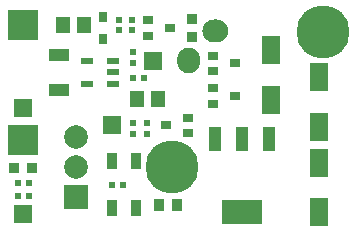
<source format=gts>
G04 #@! TF.FileFunction,Soldermask,Top*
%FSLAX46Y46*%
G04 Gerber Fmt 4.6, Leading zero omitted, Abs format (unit mm)*
G04 Created by KiCad (PCBNEW (2016-02-18 BZR 6566, Git c2fd462)-product) date Wed 24 Feb 2016 09:41:19 PM EST*
%MOMM*%
G01*
G04 APERTURE LIST*
%ADD10C,0.100000*%
%ADD11C,0.150000*%
%ADD12R,0.850000X0.650000*%
%ADD13R,1.550000X2.400000*%
%ADD14C,1.998980*%
%ADD15R,1.998980X1.998980*%
%ADD16R,1.800000X1.050000*%
%ADD17R,1.100000X2.100000*%
%ADD18R,3.500000X2.100000*%
%ADD19R,1.524000X1.524000*%
%ADD20R,2.500000X2.500000*%
%ADD21R,1.100000X0.600000*%
%ADD22R,0.800100X0.899160*%
%ADD23R,0.950000X1.450000*%
%ADD24R,0.950000X1.000000*%
%ADD25R,1.150000X1.450000*%
%ADD26R,0.900000X0.950000*%
%ADD27R,0.950000X0.900000*%
%ADD28R,0.600000X0.600000*%
%ADD29C,4.500000*%
G04 APERTURE END LIST*
D10*
D11*
X18377000Y-1611000D02*
X18123000Y-1611000D01*
X18377000Y-3389000D02*
X18123000Y-3389000D01*
X18250000Y-1611000D02*
X18250000Y-3389000D01*
X17361000Y-2182500D02*
X17361000Y-2881000D01*
X17615000Y-3198500D02*
X17615000Y-1801500D01*
X17742000Y-1738000D02*
X17742000Y-3262000D01*
X17869000Y-3325500D02*
X17869000Y-1674500D01*
X17996000Y-1674500D02*
X17996000Y-3325500D01*
X18123000Y-3389000D02*
X18123000Y-1611000D01*
X18123000Y-1611000D02*
G75*
G03X17234000Y-2500000I0J-889000D01*
G01*
X17234000Y-2500000D02*
G75*
G03X18123000Y-3389000I889000J0D01*
G01*
X19139000Y-2881000D02*
X19139000Y-2119000D01*
X18885000Y-1801500D02*
X18885000Y-3198500D01*
X18758000Y-3262000D02*
X18758000Y-1738000D01*
X18631000Y-1674500D02*
X18631000Y-3325500D01*
X18504000Y-3325500D02*
X18504000Y-1674500D01*
X18377000Y-3389000D02*
X18377000Y-1611000D01*
X19266000Y-2500000D02*
G75*
G03X18377000Y-1611000I-889000J0D01*
G01*
X18377000Y-3389000D02*
G75*
G03X19266000Y-2500000I0J889000D01*
G01*
X16889000Y-5127000D02*
X16889000Y-4873000D01*
X15111000Y-5127000D02*
X15111000Y-4873000D01*
X16889000Y-5000000D02*
X15111000Y-5000000D01*
X16317500Y-4111000D02*
X15619000Y-4111000D01*
X15301500Y-4365000D02*
X16698500Y-4365000D01*
X16762000Y-4492000D02*
X15238000Y-4492000D01*
X15174500Y-4619000D02*
X16825500Y-4619000D01*
X16825500Y-4746000D02*
X15174500Y-4746000D01*
X15111000Y-4873000D02*
X16889000Y-4873000D01*
X16889000Y-4873000D02*
G75*
G03X16000000Y-3984000I-889000J0D01*
G01*
X16000000Y-3984000D02*
G75*
G03X15111000Y-4873000I0J-889000D01*
G01*
X15619000Y-5889000D02*
X16381000Y-5889000D01*
X16698500Y-5635000D02*
X15301500Y-5635000D01*
X15238000Y-5508000D02*
X16762000Y-5508000D01*
X16825500Y-5381000D02*
X15174500Y-5381000D01*
X15174500Y-5254000D02*
X16825500Y-5254000D01*
X15111000Y-5127000D02*
X16889000Y-5127000D01*
X16000000Y-6016000D02*
G75*
G03X16889000Y-5127000I0J889000D01*
G01*
X15111000Y-5127000D02*
G75*
G03X16000000Y-6016000I889000J0D01*
G01*
D12*
X18050000Y-7350000D03*
X18050000Y-8650000D03*
X19950000Y-8000000D03*
D13*
X27000000Y-13650000D03*
X27000000Y-17850000D03*
D14*
X6500000Y-14000000D03*
D15*
X6500000Y-16540000D03*
D14*
X6500000Y-11460000D03*
D16*
X5000000Y-7500000D03*
X5000000Y-4500000D03*
D17*
X22800000Y-11650000D03*
X20500000Y-11650000D03*
X18200000Y-11650000D03*
D18*
X20500000Y-17850000D03*
D19*
X2000000Y-18000000D03*
X13000000Y-5000000D03*
X2000000Y-9000000D03*
X9500000Y-10500000D03*
D20*
X2000000Y-11750000D03*
X2000000Y-2000000D03*
D21*
X9600000Y-6950000D03*
X9600000Y-5050000D03*
X9600000Y-6000000D03*
X7400000Y-5050000D03*
X7400000Y-6950000D03*
D22*
X8750000Y-1350840D03*
X8750000Y-3149160D03*
D10*
G36*
X18350000Y-3150000D02*
X18350000Y-1850000D01*
X19150000Y-1950000D01*
X19150000Y-3050000D01*
X18350000Y-3150000D01*
X18350000Y-3150000D01*
G37*
G36*
X18150000Y-1850000D02*
X18150000Y-3150000D01*
X17350000Y-3050000D01*
X17350000Y-1950000D01*
X18150000Y-1850000D01*
X18150000Y-1850000D01*
G37*
G36*
X15350000Y-5100000D02*
X16650000Y-5100000D01*
X16550000Y-5900000D01*
X15450000Y-5900000D01*
X15350000Y-5100000D01*
X15350000Y-5100000D01*
G37*
G36*
X16650000Y-4900000D02*
X15350000Y-4900000D01*
X15450000Y-4100000D01*
X16550000Y-4100000D01*
X16650000Y-4900000D01*
X16650000Y-4900000D01*
G37*
D23*
X9500000Y-13500000D03*
X11500000Y-13500000D03*
X9500000Y-17500000D03*
X11500000Y-17500000D03*
D24*
X13450000Y-17250000D03*
X15050000Y-17250000D03*
D13*
X27000000Y-10600000D03*
X27000000Y-6400000D03*
X23000000Y-8350000D03*
X23000000Y-4150000D03*
D25*
X11600000Y-8250000D03*
X13400000Y-8250000D03*
X5350000Y-2000000D03*
X7150000Y-2000000D03*
D26*
X1250000Y-14100000D03*
X2750000Y-14100000D03*
D27*
X16250000Y-3000000D03*
X16250000Y-1500000D03*
D12*
X15950000Y-11150000D03*
X15950000Y-9850000D03*
X14050000Y-10500000D03*
X12550000Y-1600000D03*
X12550000Y-2900000D03*
X14450000Y-2250000D03*
D28*
X11200000Y-1550000D03*
X11200000Y-2450000D03*
X11250000Y-4300000D03*
X11250000Y-5200000D03*
X12500000Y-10300000D03*
X12500000Y-11200000D03*
X11300000Y-6500000D03*
X12200000Y-6500000D03*
X11250000Y-10300000D03*
X11250000Y-11200000D03*
D12*
X18050000Y-4600000D03*
X18050000Y-5900000D03*
X19950000Y-5250000D03*
D28*
X2450000Y-15400000D03*
X1550000Y-15400000D03*
D29*
X14600000Y-14000000D03*
X27400000Y-2600000D03*
D28*
X10100000Y-1550000D03*
X10100000Y-2450000D03*
X9550000Y-15500000D03*
X10450000Y-15500000D03*
X2450000Y-16500000D03*
X1550000Y-16500000D03*
M02*

</source>
